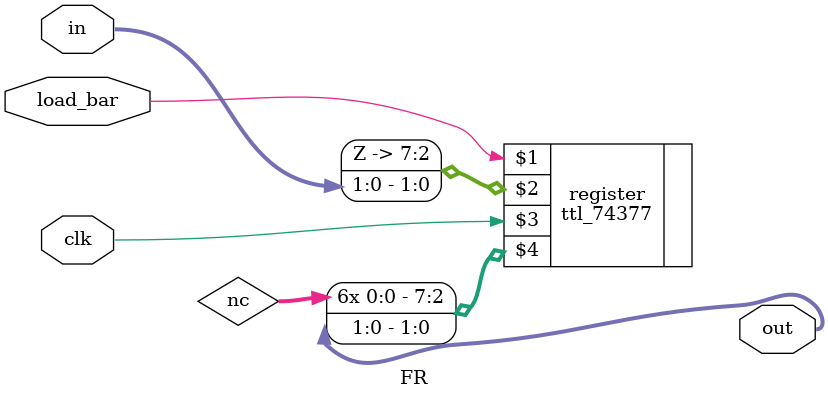
<source format=v>
/* Flags register

   Loads content if "load", on rising edge of clock
 */

`include "ttl/74377.v"

module FR(clk, in, load_bar, out);
    input clk;
    input [1:0] in;
    input load_bar;
    output [1:0] out;

    ttl_74377 register (load_bar, {6'bZ, in}, clk, {nc,nc,nc,nc,nc,nc, out});
endmodule

</source>
